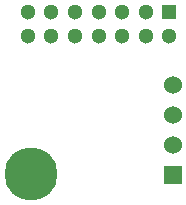
<source format=gbs>
G04 (created by PCBNEW (2013-may-18)-stable) date Wed 10 Dec 2014 10:55:01 AM CST*
%MOIN*%
G04 Gerber Fmt 3.4, Leading zero omitted, Abs format*
%FSLAX34Y34*%
G01*
G70*
G90*
G04 APERTURE LIST*
%ADD10C,0.00590551*%
%ADD11R,0.06X0.06*%
%ADD12C,0.06*%
%ADD13C,0.177165*%
%ADD14R,0.0511811X0.0511811*%
%ADD15C,0.0511811*%
G04 APERTURE END LIST*
G54D10*
G54D11*
X82456Y-60031D03*
G54D12*
X82456Y-59031D03*
X82456Y-58031D03*
X82456Y-57031D03*
G54D13*
X77728Y-59968D03*
G54D14*
X82342Y-54586D03*
G54D15*
X82342Y-55374D03*
X81555Y-54586D03*
X81555Y-55374D03*
X80767Y-54586D03*
X80767Y-55374D03*
X79980Y-54586D03*
X79980Y-55374D03*
X79192Y-54586D03*
X79192Y-55374D03*
X78405Y-54586D03*
X78405Y-55374D03*
X77618Y-54586D03*
X77618Y-55374D03*
M02*

</source>
